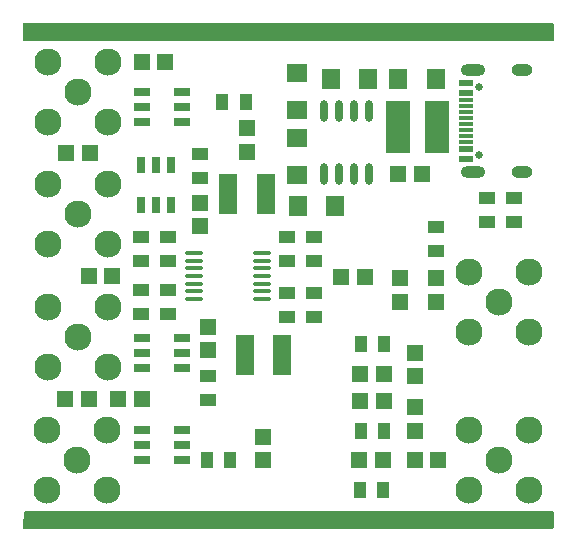
<source format=gts>
%TF.GenerationSoftware,KiCad,Pcbnew,8.0.2*%
%TF.CreationDate,2024-10-06T11:27:00+02:00*%
%TF.ProjectId,distribution_amp_for_singapore_dude,64697374-7269-4627-9574-696f6e5f616d,rev?*%
%TF.SameCoordinates,Original*%
%TF.FileFunction,Soldermask,Top*%
%TF.FilePolarity,Negative*%
%FSLAX46Y46*%
G04 Gerber Fmt 4.6, Leading zero omitted, Abs format (unit mm)*
G04 Created by KiCad (PCBNEW 8.0.2) date 2024-10-06 11:27:00*
%MOMM*%
%LPD*%
G01*
G04 APERTURE LIST*
G04 Aperture macros list*
%AMRoundRect*
0 Rectangle with rounded corners*
0 $1 Rounding radius*
0 $2 $3 $4 $5 $6 $7 $8 $9 X,Y pos of 4 corners*
0 Add a 4 corners polygon primitive as box body*
4,1,4,$2,$3,$4,$5,$6,$7,$8,$9,$2,$3,0*
0 Add four circle primitives for the rounded corners*
1,1,$1+$1,$2,$3*
1,1,$1+$1,$4,$5*
1,1,$1+$1,$6,$7*
1,1,$1+$1,$8,$9*
0 Add four rect primitives between the rounded corners*
20,1,$1+$1,$2,$3,$4,$5,0*
20,1,$1+$1,$4,$5,$6,$7,0*
20,1,$1+$1,$6,$7,$8,$9,0*
20,1,$1+$1,$8,$9,$2,$3,0*%
G04 Aperture macros list end*
%ADD10R,1.410000X1.350000*%
%ADD11R,1.350000X1.410000*%
%ADD12R,1.400000X0.760000*%
%ADD13R,1.490000X1.730000*%
%ADD14R,1.380000X1.130000*%
%ADD15R,1.130000X1.380000*%
%ADD16C,0.650000*%
%ADD17O,2.100000X1.000000*%
%ADD18O,1.800000X1.000000*%
%ADD19R,1.150000X0.600000*%
%ADD20R,1.150000X0.300000*%
%ADD21R,2.000000X4.500000*%
%ADD22R,1.730000X1.490000*%
%ADD23C,2.300000*%
%ADD24R,1.600000X3.500000*%
%ADD25O,0.630000X1.860000*%
%ADD26R,0.760000X1.400000*%
%ADD27RoundRect,0.100000X-0.637500X-0.100000X0.637500X-0.100000X0.637500X0.100000X-0.637500X0.100000X0*%
G04 APERTURE END LIST*
D10*
X112500000Y-83300000D03*
X110500000Y-83300000D03*
X110500000Y-111800000D03*
X108500000Y-111800000D03*
X104000000Y-111800000D03*
X106000000Y-111800000D03*
X104100000Y-91000000D03*
X106100000Y-91000000D03*
D11*
X133600000Y-109900000D03*
X133600000Y-107900000D03*
D12*
X110500000Y-109170000D03*
X110500000Y-107900000D03*
X110500000Y-106630000D03*
X113940000Y-106630000D03*
X113940000Y-107900000D03*
X113940000Y-109170000D03*
D13*
X135380000Y-84700000D03*
X132200000Y-84700000D03*
D14*
X110400000Y-98150000D03*
X110400000Y-100150000D03*
D12*
X110500000Y-116970000D03*
X110500000Y-115700000D03*
X110500000Y-114430000D03*
X113940000Y-114430000D03*
X113940000Y-115700000D03*
X113940000Y-116970000D03*
D15*
X130970000Y-114500000D03*
X129030000Y-114500000D03*
D14*
X139700000Y-96800000D03*
X139700000Y-94800000D03*
D10*
X129000000Y-112000000D03*
X131000000Y-112000000D03*
D14*
X122800000Y-102850000D03*
X122800000Y-104850000D03*
D16*
X139010000Y-91190000D03*
X139010000Y-85410000D03*
D17*
X138510000Y-92620000D03*
X138510000Y-83980000D03*
D18*
X142660000Y-92620000D03*
X142660000Y-83980000D03*
D19*
X137940000Y-91500000D03*
X137940000Y-90700000D03*
D20*
X137940000Y-89550000D03*
X137940000Y-88550000D03*
X137940000Y-88050000D03*
X137940000Y-90050000D03*
D19*
X137940000Y-85100000D03*
X137940000Y-85900000D03*
D20*
X137940000Y-86550000D03*
X137940000Y-87550000D03*
X137940000Y-89050000D03*
X137940000Y-87050000D03*
D21*
X135500000Y-88800000D03*
X132200000Y-88800000D03*
D10*
X129400000Y-101500000D03*
X127400000Y-101500000D03*
D11*
X116100000Y-105700000D03*
X116100000Y-107700000D03*
D15*
X118000000Y-117000000D03*
X116000000Y-117000000D03*
D11*
X135400000Y-101600000D03*
X135400000Y-103600000D03*
D22*
X123600000Y-92880000D03*
X123600000Y-89700000D03*
D11*
X120800000Y-115000000D03*
X120800000Y-117000000D03*
D13*
X126500000Y-84700000D03*
X129680000Y-84700000D03*
D11*
X133600000Y-114500000D03*
X133600000Y-112500000D03*
D15*
X130900000Y-119500000D03*
X128960000Y-119500000D03*
D12*
X110500000Y-88340000D03*
X110500000Y-87070000D03*
X110500000Y-85800000D03*
X113940000Y-85800000D03*
X113940000Y-87070000D03*
X113940000Y-88340000D03*
D14*
X125100000Y-104850000D03*
X125100000Y-102850000D03*
D15*
X119300000Y-86700000D03*
X117300000Y-86700000D03*
D10*
X135600000Y-117000000D03*
X133600000Y-117000000D03*
D14*
X125100000Y-98150000D03*
X125100000Y-100150000D03*
D23*
X102460000Y-119540000D03*
X102460000Y-114460000D03*
X107540000Y-114460000D03*
X107540000Y-119540000D03*
X105000000Y-117000000D03*
D10*
X129000000Y-109700000D03*
X131000000Y-109700000D03*
D23*
X102560000Y-109140000D03*
X102560000Y-104060000D03*
X107640000Y-104060000D03*
X107640000Y-109140000D03*
X105100000Y-106600000D03*
D14*
X112700000Y-100150000D03*
X112700000Y-98150000D03*
D11*
X115400000Y-97200000D03*
X115400000Y-95200000D03*
D14*
X115400000Y-93100000D03*
X115400000Y-91100000D03*
D24*
X122400000Y-108100000D03*
X119200000Y-108100000D03*
D10*
X106000000Y-101400000D03*
X108000000Y-101400000D03*
D25*
X129737500Y-87420000D03*
X128457500Y-87420000D03*
X127197500Y-87420000D03*
X125927500Y-87420000D03*
X125927500Y-92780000D03*
X127197500Y-92780000D03*
X128457500Y-92780000D03*
X129737500Y-92780000D03*
D10*
X128900000Y-117000000D03*
X130900000Y-117000000D03*
D26*
X113000000Y-95420000D03*
X111730000Y-95420000D03*
X110460000Y-95420000D03*
X110460000Y-91980000D03*
X111730000Y-91980000D03*
X113000000Y-91980000D03*
D22*
X123600000Y-87380000D03*
X123600000Y-84200000D03*
D24*
X121000000Y-94500000D03*
X117800000Y-94500000D03*
D11*
X119400000Y-90900000D03*
X119400000Y-88900000D03*
D10*
X134200000Y-92800000D03*
X132200000Y-92800000D03*
D23*
X143240000Y-101060000D03*
X143240000Y-106140000D03*
X138160000Y-106140000D03*
X138160000Y-101060000D03*
X140700000Y-103600000D03*
X143240000Y-114460000D03*
X143240000Y-119540000D03*
X138160000Y-119540000D03*
X138160000Y-114460000D03*
X140700000Y-117000000D03*
D14*
X116100000Y-109900000D03*
X116100000Y-111900000D03*
D15*
X130970000Y-107200000D03*
X129030000Y-107200000D03*
D14*
X122800000Y-100150000D03*
X122800000Y-98150000D03*
D23*
X102560000Y-88340000D03*
X102560000Y-83260000D03*
X107640000Y-83260000D03*
X107640000Y-88340000D03*
X105100000Y-85800000D03*
D14*
X112700000Y-102600000D03*
X112700000Y-104600000D03*
X135400000Y-97300000D03*
X135400000Y-99300000D03*
D27*
X114937500Y-99450000D03*
X114937500Y-100100000D03*
X114937500Y-100750000D03*
X114937500Y-101400000D03*
X114937500Y-102050000D03*
X114937500Y-102700000D03*
X114937500Y-103350000D03*
X120662500Y-103350000D03*
X120662500Y-102700000D03*
X120662500Y-102050000D03*
X120662500Y-101400000D03*
X120662500Y-100750000D03*
X120662500Y-100100000D03*
X120662500Y-99450000D03*
D14*
X142000000Y-96800000D03*
X142000000Y-94800000D03*
D23*
X102560000Y-98740000D03*
X102560000Y-93660000D03*
X107640000Y-93660000D03*
X107640000Y-98740000D03*
X105100000Y-96200000D03*
D14*
X110400000Y-104600000D03*
X110400000Y-102600000D03*
D11*
X132400000Y-103600000D03*
X132400000Y-101600000D03*
D13*
X123700000Y-95500000D03*
X126880000Y-95500000D03*
G36*
X145343039Y-121319685D02*
G01*
X145388794Y-121372489D01*
X145400000Y-121424000D01*
X145400000Y-122676000D01*
X145380315Y-122743039D01*
X145327511Y-122788794D01*
X145276000Y-122800000D01*
X100532542Y-122800000D01*
X100465503Y-122780315D01*
X100419748Y-122727511D01*
X100408817Y-122667752D01*
X100492283Y-121415752D01*
X100516383Y-121350170D01*
X100572114Y-121308029D01*
X100616008Y-121300000D01*
X145276000Y-121300000D01*
X145343039Y-121319685D01*
G37*
G36*
X145343039Y-80019685D02*
G01*
X145388794Y-80072489D01*
X145400000Y-80124000D01*
X145400000Y-81376000D01*
X145380315Y-81443039D01*
X145327511Y-81488794D01*
X145276000Y-81500000D01*
X100524000Y-81500000D01*
X100456961Y-81480315D01*
X100411206Y-81427511D01*
X100400000Y-81376000D01*
X100400000Y-80124000D01*
X100419685Y-80056961D01*
X100472489Y-80011206D01*
X100524000Y-80000000D01*
X145276000Y-80000000D01*
X145343039Y-80019685D01*
G37*
M02*

</source>
